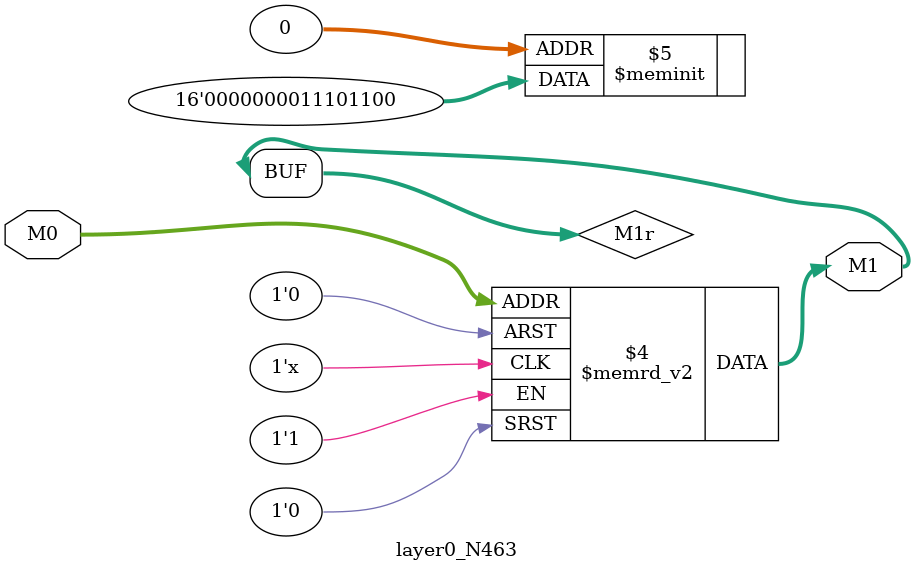
<source format=v>
module layer0_N463 ( input [2:0] M0, output [1:0] M1 );

	(*rom_style = "distributed" *) reg [1:0] M1r;
	assign M1 = M1r;
	always @ (M0) begin
		case (M0)
			3'b000: M1r = 2'b00;
			3'b100: M1r = 2'b00;
			3'b010: M1r = 2'b10;
			3'b110: M1r = 2'b00;
			3'b001: M1r = 2'b11;
			3'b101: M1r = 2'b00;
			3'b011: M1r = 2'b11;
			3'b111: M1r = 2'b00;

		endcase
	end
endmodule

</source>
